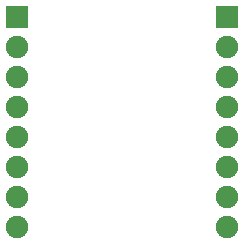
<source format=gbs>
G04 DipTrace 3.1.0.1*
G04 BottomMask.gbs*
%MOIN*%
G04 #@! TF.FileFunction,Soldermask,Bot*
G04 #@! TF.Part,Single*
%ADD31C,0.074929*%
%ADD33R,0.074929X0.074929*%
%FSLAX26Y26*%
G04*
G70*
G90*
G75*
G01*
G04 BotMask*
%LPD*%
D33*
X462749Y1212751D3*
D31*
Y1112751D3*
Y1012751D3*
Y912751D3*
Y812751D3*
Y712751D3*
Y612751D3*
Y512751D3*
D33*
X1162749Y1212751D3*
D31*
Y1112751D3*
Y1012751D3*
Y912751D3*
Y812751D3*
Y712751D3*
Y612751D3*
Y512751D3*
M02*

</source>
